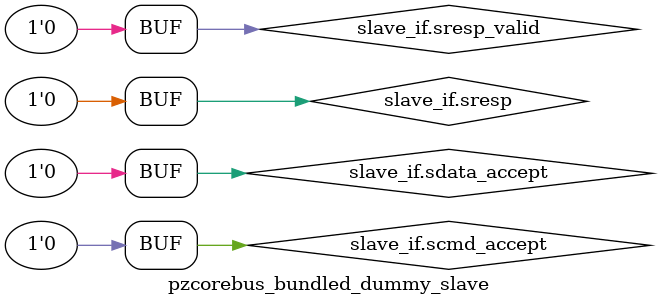
<source format=sv>
module pzcorebus_bundled_dummy_slave (
  pzcorebus_bundled_if.slave  slave_if
);
  always_comb begin
    slave_if.scmd_accept  = '0;
    slave_if.sdata_accept = '0;
    slave_if.sresp_valid  = '0;
    slave_if.sresp        = '0;
  end
endmodule

</source>
